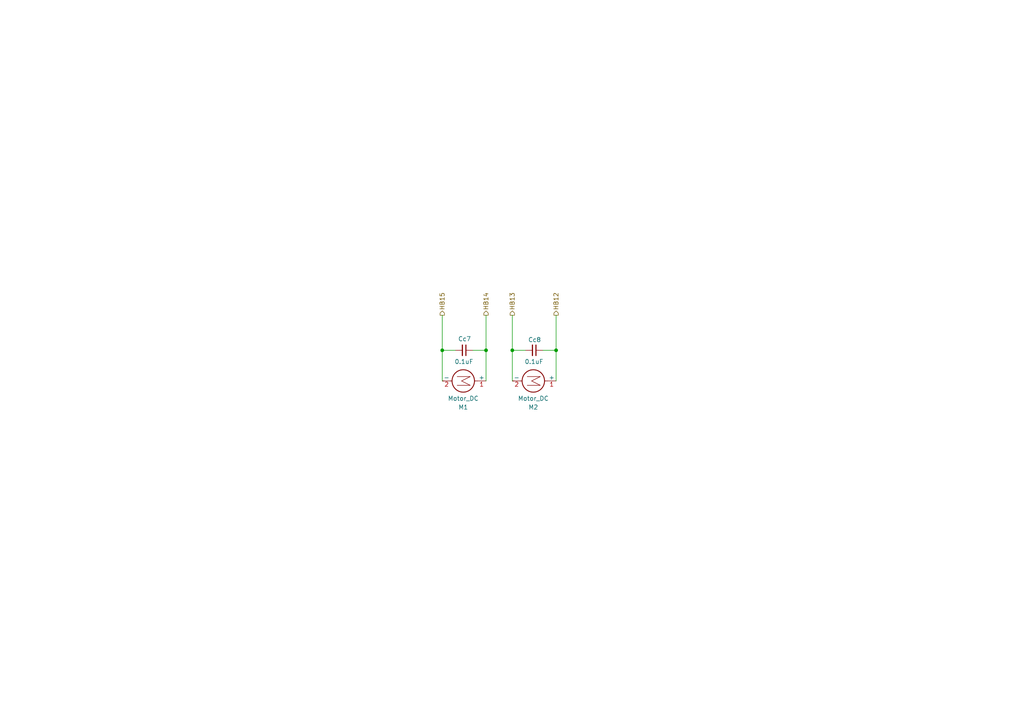
<source format=kicad_sch>
(kicad_sch
	(version 20250114)
	(generator "eeschema")
	(generator_version "9.0")
	(uuid "7e1a3899-085d-479e-977f-8f9c8fa58778")
	(paper "A4")
	(lib_symbols
		(symbol "Device:C_Small"
			(pin_numbers
				(hide yes)
			)
			(pin_names
				(offset 0.254)
				(hide yes)
			)
			(exclude_from_sim no)
			(in_bom yes)
			(on_board yes)
			(property "Reference" "C"
				(at 0.254 1.778 0)
				(effects
					(font
						(size 1.27 1.27)
					)
					(justify left)
				)
			)
			(property "Value" "C_Small"
				(at 0.254 -2.032 0)
				(effects
					(font
						(size 1.27 1.27)
					)
					(justify left)
				)
			)
			(property "Footprint" ""
				(at 0 0 0)
				(effects
					(font
						(size 1.27 1.27)
					)
					(hide yes)
				)
			)
			(property "Datasheet" "~"
				(at 0 0 0)
				(effects
					(font
						(size 1.27 1.27)
					)
					(hide yes)
				)
			)
			(property "Description" "Unpolarized capacitor, small symbol"
				(at 0 0 0)
				(effects
					(font
						(size 1.27 1.27)
					)
					(hide yes)
				)
			)
			(property "ki_keywords" "capacitor cap"
				(at 0 0 0)
				(effects
					(font
						(size 1.27 1.27)
					)
					(hide yes)
				)
			)
			(property "ki_fp_filters" "C_*"
				(at 0 0 0)
				(effects
					(font
						(size 1.27 1.27)
					)
					(hide yes)
				)
			)
			(symbol "C_Small_0_1"
				(polyline
					(pts
						(xy -1.524 0.508) (xy 1.524 0.508)
					)
					(stroke
						(width 0.3048)
						(type default)
					)
					(fill
						(type none)
					)
				)
				(polyline
					(pts
						(xy -1.524 -0.508) (xy 1.524 -0.508)
					)
					(stroke
						(width 0.3302)
						(type default)
					)
					(fill
						(type none)
					)
				)
			)
			(symbol "C_Small_1_1"
				(pin passive line
					(at 0 2.54 270)
					(length 2.032)
					(name "~"
						(effects
							(font
								(size 1.27 1.27)
							)
						)
					)
					(number "1"
						(effects
							(font
								(size 1.27 1.27)
							)
						)
					)
				)
				(pin passive line
					(at 0 -2.54 90)
					(length 2.032)
					(name "~"
						(effects
							(font
								(size 1.27 1.27)
							)
						)
					)
					(number "2"
						(effects
							(font
								(size 1.27 1.27)
							)
						)
					)
				)
			)
			(embedded_fonts no)
		)
		(symbol "Motor:Motor_DC"
			(pin_names
				(offset 0)
			)
			(exclude_from_sim no)
			(in_bom yes)
			(on_board yes)
			(property "Reference" "M"
				(at 2.54 2.54 0)
				(effects
					(font
						(size 1.27 1.27)
					)
					(justify left)
				)
			)
			(property "Value" "Motor_DC"
				(at 2.54 -5.08 0)
				(effects
					(font
						(size 1.27 1.27)
					)
					(justify left top)
				)
			)
			(property "Footprint" ""
				(at 0 -2.286 0)
				(effects
					(font
						(size 1.27 1.27)
					)
					(hide yes)
				)
			)
			(property "Datasheet" "~"
				(at 0 -2.286 0)
				(effects
					(font
						(size 1.27 1.27)
					)
					(hide yes)
				)
			)
			(property "Description" "DC Motor"
				(at 0 0 0)
				(effects
					(font
						(size 1.27 1.27)
					)
					(hide yes)
				)
			)
			(property "ki_keywords" "DC Motor"
				(at 0 0 0)
				(effects
					(font
						(size 1.27 1.27)
					)
					(hide yes)
				)
			)
			(property "ki_fp_filters" "PinHeader*P2.54mm* TerminalBlock*"
				(at 0 0 0)
				(effects
					(font
						(size 1.27 1.27)
					)
					(hide yes)
				)
			)
			(symbol "Motor_DC_0_0"
				(polyline
					(pts
						(xy -1.27 -3.302) (xy -1.27 0.508) (xy 0 -2.032) (xy 1.27 0.508) (xy 1.27 -3.302)
					)
					(stroke
						(width 0)
						(type default)
					)
					(fill
						(type none)
					)
				)
			)
			(symbol "Motor_DC_0_1"
				(polyline
					(pts
						(xy 0 2.032) (xy 0 2.54)
					)
					(stroke
						(width 0)
						(type default)
					)
					(fill
						(type none)
					)
				)
				(polyline
					(pts
						(xy 0 1.7272) (xy 0 2.0828)
					)
					(stroke
						(width 0)
						(type default)
					)
					(fill
						(type none)
					)
				)
				(circle
					(center 0 -1.524)
					(radius 3.2512)
					(stroke
						(width 0.254)
						(type default)
					)
					(fill
						(type none)
					)
				)
				(polyline
					(pts
						(xy 0 -4.7752) (xy 0 -5.1816)
					)
					(stroke
						(width 0)
						(type default)
					)
					(fill
						(type none)
					)
				)
				(polyline
					(pts
						(xy 0 -7.62) (xy 0 -7.112)
					)
					(stroke
						(width 0)
						(type default)
					)
					(fill
						(type none)
					)
				)
			)
			(symbol "Motor_DC_1_1"
				(pin passive line
					(at 0 5.08 270)
					(length 2.54)
					(name "+"
						(effects
							(font
								(size 1.27 1.27)
							)
						)
					)
					(number "1"
						(effects
							(font
								(size 1.27 1.27)
							)
						)
					)
				)
				(pin passive line
					(at 0 -7.62 90)
					(length 2.54)
					(name "-"
						(effects
							(font
								(size 1.27 1.27)
							)
						)
					)
					(number "2"
						(effects
							(font
								(size 1.27 1.27)
							)
						)
					)
				)
			)
			(embedded_fonts no)
		)
	)
	(junction
		(at 140.97 101.6)
		(diameter 0)
		(color 0 0 0 0)
		(uuid "0603de25-3fed-412a-969c-7f6206051f20")
	)
	(junction
		(at 148.59 101.6)
		(diameter 0)
		(color 0 0 0 0)
		(uuid "83b4efc4-90f1-48c8-84b5-6267b7f95ca4")
	)
	(junction
		(at 128.27 101.6)
		(diameter 0)
		(color 0 0 0 0)
		(uuid "de6d8cb6-17d8-49d4-916c-fc2a3fc83b67")
	)
	(junction
		(at 161.29 101.6)
		(diameter 0)
		(color 0 0 0 0)
		(uuid "e8cdadfe-1a28-4edf-b6db-bad9353b1874")
	)
	(wire
		(pts
			(xy 128.27 91.44) (xy 128.27 101.6)
		)
		(stroke
			(width 0)
			(type default)
		)
		(uuid "0563322a-fe8b-46da-9170-c3feabea8e9b")
	)
	(wire
		(pts
			(xy 148.59 91.44) (xy 148.59 101.6)
		)
		(stroke
			(width 0)
			(type default)
		)
		(uuid "071d1d13-f77f-4de2-9792-dacd5921b166")
	)
	(wire
		(pts
			(xy 137.16 101.6) (xy 140.97 101.6)
		)
		(stroke
			(width 0)
			(type default)
		)
		(uuid "07ebebce-fcf4-4384-a19c-4d857ffef6f2")
	)
	(wire
		(pts
			(xy 140.97 101.6) (xy 140.97 110.49)
		)
		(stroke
			(width 0)
			(type default)
		)
		(uuid "0fa5d270-9444-43d0-9a31-e63ffbb71f47")
	)
	(wire
		(pts
			(xy 140.97 91.44) (xy 140.97 101.6)
		)
		(stroke
			(width 0)
			(type default)
		)
		(uuid "1a71b4e6-394f-412a-9f51-41bd3d97b759")
	)
	(wire
		(pts
			(xy 157.48 101.6) (xy 161.29 101.6)
		)
		(stroke
			(width 0)
			(type default)
		)
		(uuid "33ef458c-241e-4caa-93ba-5b139fc0018d")
	)
	(wire
		(pts
			(xy 128.27 101.6) (xy 128.27 110.49)
		)
		(stroke
			(width 0)
			(type default)
		)
		(uuid "4873db8b-5d71-48c2-995e-27b92bacc3d6")
	)
	(wire
		(pts
			(xy 148.59 101.6) (xy 152.4 101.6)
		)
		(stroke
			(width 0)
			(type default)
		)
		(uuid "65420ebc-d617-4f14-8a3e-6605c487368b")
	)
	(wire
		(pts
			(xy 148.59 101.6) (xy 148.59 110.49)
		)
		(stroke
			(width 0)
			(type default)
		)
		(uuid "7aa40a73-f0d5-453a-bdde-f53b013aa0b4")
	)
	(wire
		(pts
			(xy 161.29 91.44) (xy 161.29 101.6)
		)
		(stroke
			(width 0)
			(type default)
		)
		(uuid "960fadec-c70e-4ba3-b624-533cf37ead80")
	)
	(wire
		(pts
			(xy 161.29 101.6) (xy 161.29 110.49)
		)
		(stroke
			(width 0)
			(type default)
		)
		(uuid "980f0cb9-67d2-40ee-bd8a-455631e22e05")
	)
	(wire
		(pts
			(xy 128.27 101.6) (xy 132.08 101.6)
		)
		(stroke
			(width 0)
			(type default)
		)
		(uuid "bdedee57-1733-42d0-b745-b79c04003dc3")
	)
	(hierarchical_label "HB15"
		(shape output)
		(at 128.27 91.44 90)
		(effects
			(font
				(size 1.27 1.27)
			)
			(justify left)
		)
		(uuid "1a351026-7a2f-4b31-b0c4-701ea2e675a9")
	)
	(hierarchical_label "HB13"
		(shape output)
		(at 148.59 91.44 90)
		(effects
			(font
				(size 1.27 1.27)
			)
			(justify left)
		)
		(uuid "561eb18b-edd3-4c81-836f-b74c51137acb")
	)
	(hierarchical_label "HB12"
		(shape output)
		(at 161.29 91.44 90)
		(effects
			(font
				(size 1.27 1.27)
			)
			(justify left)
		)
		(uuid "a44a2252-01eb-419c-ad5a-9972a35d7b79")
	)
	(hierarchical_label "HB14"
		(shape output)
		(at 140.97 91.44 90)
		(effects
			(font
				(size 1.27 1.27)
			)
			(justify left)
		)
		(uuid "b424fb14-671a-4116-84ec-ed1783f6bed0")
	)
	(symbol
		(lib_id "Motor:Motor_DC")
		(at 135.89 110.49 270)
		(unit 1)
		(exclude_from_sim no)
		(in_bom yes)
		(on_board yes)
		(dnp no)
		(uuid "25e5ab7b-3448-48e0-abc9-d93fdeef3797")
		(property "Reference" "M1"
			(at 134.366 118.11 90)
			(effects
				(font
					(size 1.27 1.27)
				)
			)
		)
		(property "Value" "Motor_DC"
			(at 134.366 115.57 90)
			(effects
				(font
					(size 1.27 1.27)
				)
			)
		)
		(property "Footprint" ""
			(at 133.604 110.49 0)
			(effects
				(font
					(size 1.27 1.27)
				)
				(hide yes)
			)
		)
		(property "Datasheet" "~"
			(at 133.604 110.49 0)
			(effects
				(font
					(size 1.27 1.27)
				)
				(hide yes)
			)
		)
		(property "Description" "DC Motor"
			(at 135.89 110.49 0)
			(effects
				(font
					(size 1.27 1.27)
				)
				(hide yes)
			)
		)
		(pin "1"
			(uuid "309f18ba-fa5e-4902-9c03-c6b26cc0f021")
		)
		(pin "2"
			(uuid "cd82be9b-ffe3-4326-b93c-b9c76b7a83f0")
		)
		(instances
			(project "Basic Power Distribution"
				(path "/806c945d-80a3-4a32-a262-566a8b69f4ec/ac17146d-47e8-4862-8f6c-eaeadaeacb24"
					(reference "M1")
					(unit 1)
				)
			)
		)
	)
	(symbol
		(lib_id "Device:C_Small")
		(at 154.94 101.6 270)
		(unit 1)
		(exclude_from_sim no)
		(in_bom yes)
		(on_board yes)
		(dnp no)
		(uuid "2c1de3c8-6124-4314-9f7a-4bacdc04ccf1")
		(property "Reference" "Cc8"
			(at 153.162 98.552 90)
			(effects
				(font
					(size 1.27 1.27)
				)
				(justify left)
			)
		)
		(property "Value" "0.1uF"
			(at 152.146 104.902 90)
			(effects
				(font
					(size 1.27 1.27)
				)
				(justify left)
			)
		)
		(property "Footprint" ""
			(at 154.94 101.6 0)
			(effects
				(font
					(size 1.27 1.27)
				)
				(hide yes)
			)
		)
		(property "Datasheet" "~"
			(at 154.94 101.6 0)
			(effects
				(font
					(size 1.27 1.27)
				)
				(hide yes)
			)
		)
		(property "Description" "Unpolarized capacitor, small symbol"
			(at 154.94 101.6 0)
			(effects
				(font
					(size 1.27 1.27)
				)
				(hide yes)
			)
		)
		(pin "2"
			(uuid "c6574dca-22a3-46d8-9429-3ae96e3bd30b")
		)
		(pin "1"
			(uuid "556f43b0-8333-4bfc-a059-65ac3234c6c8")
		)
		(instances
			(project "Basic Power Distribution"
				(path "/806c945d-80a3-4a32-a262-566a8b69f4ec/ac17146d-47e8-4862-8f6c-eaeadaeacb24"
					(reference "Cc8")
					(unit 1)
				)
			)
		)
	)
	(symbol
		(lib_id "Motor:Motor_DC")
		(at 156.21 110.49 270)
		(unit 1)
		(exclude_from_sim no)
		(in_bom yes)
		(on_board yes)
		(dnp no)
		(uuid "a79e4753-5155-4380-a5ca-fcdaa768fff8")
		(property "Reference" "M2"
			(at 154.686 118.11 90)
			(effects
				(font
					(size 1.27 1.27)
				)
			)
		)
		(property "Value" "Motor_DC"
			(at 154.686 115.57 90)
			(effects
				(font
					(size 1.27 1.27)
				)
			)
		)
		(property "Footprint" ""
			(at 153.924 110.49 0)
			(effects
				(font
					(size 1.27 1.27)
				)
				(hide yes)
			)
		)
		(property "Datasheet" "~"
			(at 153.924 110.49 0)
			(effects
				(font
					(size 1.27 1.27)
				)
				(hide yes)
			)
		)
		(property "Description" "DC Motor"
			(at 156.21 110.49 0)
			(effects
				(font
					(size 1.27 1.27)
				)
				(hide yes)
			)
		)
		(pin "1"
			(uuid "94ec8d7e-c8df-4871-a8bc-5c0edafdfa9e")
		)
		(pin "2"
			(uuid "e5b0fa7f-7fa1-433c-8ed2-6991c4c61577")
		)
		(instances
			(project "Basic Power Distribution"
				(path "/806c945d-80a3-4a32-a262-566a8b69f4ec/ac17146d-47e8-4862-8f6c-eaeadaeacb24"
					(reference "M2")
					(unit 1)
				)
			)
		)
	)
	(symbol
		(lib_id "Device:C_Small")
		(at 134.62 101.6 270)
		(unit 1)
		(exclude_from_sim no)
		(in_bom yes)
		(on_board yes)
		(dnp no)
		(uuid "c5ca8b56-f935-4635-ae12-0cc3e94c6c2e")
		(property "Reference" "Cc7"
			(at 132.842 98.298 90)
			(effects
				(font
					(size 1.27 1.27)
				)
				(justify left)
			)
		)
		(property "Value" "0.1uF"
			(at 131.826 104.902 90)
			(effects
				(font
					(size 1.27 1.27)
				)
				(justify left)
			)
		)
		(property "Footprint" ""
			(at 134.62 101.6 0)
			(effects
				(font
					(size 1.27 1.27)
				)
				(hide yes)
			)
		)
		(property "Datasheet" "~"
			(at 134.62 101.6 0)
			(effects
				(font
					(size 1.27 1.27)
				)
				(hide yes)
			)
		)
		(property "Description" "Unpolarized capacitor, small symbol"
			(at 134.62 101.6 0)
			(effects
				(font
					(size 1.27 1.27)
				)
				(hide yes)
			)
		)
		(pin "2"
			(uuid "978a704b-375f-4df3-8fda-0b2661c58dd8")
		)
		(pin "1"
			(uuid "6c46036a-6b9b-412e-80f3-10c5703cf315")
		)
		(instances
			(project "Basic Power Distribution"
				(path "/806c945d-80a3-4a32-a262-566a8b69f4ec/ac17146d-47e8-4862-8f6c-eaeadaeacb24"
					(reference "Cc7")
					(unit 1)
				)
			)
		)
	)
)

</source>
